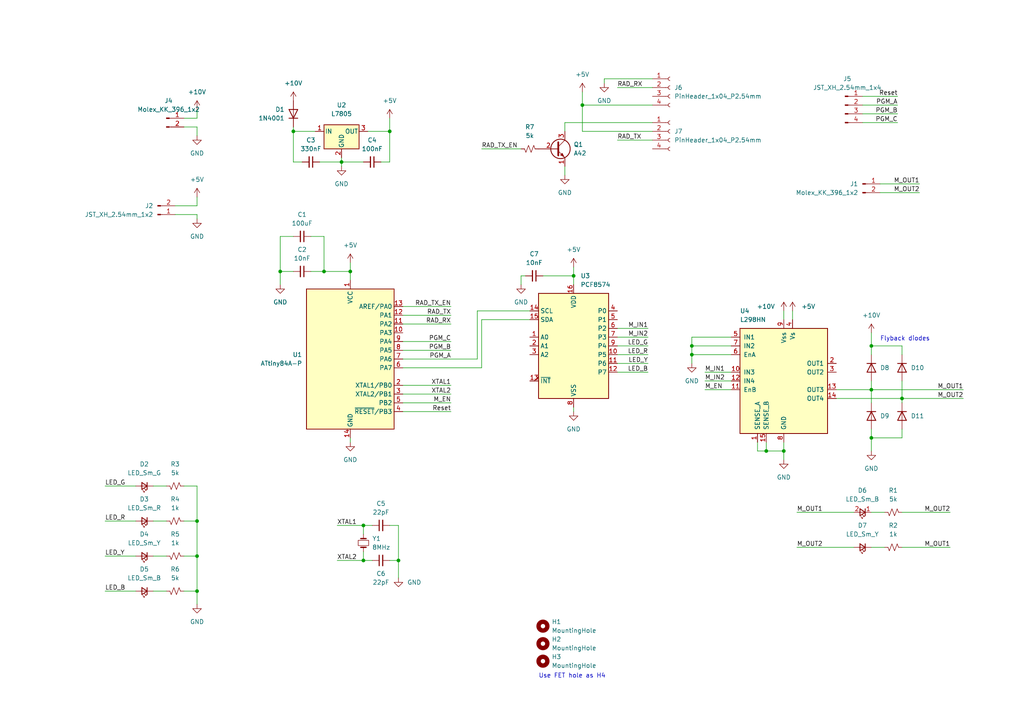
<source format=kicad_sch>
(kicad_sch (version 20211123) (generator eeschema)
  (paper "A4")
  (lib_symbols
    (symbol "Connector:Conn_01x02_Male" (pin_names (offset 1.016) hide)
      (property "Reference" "J" (at 0 2.54 0))
      (property "Value" "Conn_01x02_Male" (at 0 -5.08 0))
      (symbol "Conn_01x02_Male_1_1"
        (polyline (pts (xy 1.27 -2.54) (xy 0.8636 -2.54)) (stroke (width 0.1524)))
        (polyline (pts (xy 1.27 0) (xy 0.8636 0)) (stroke (width 0.1524)))
        (rectangle (start 0.8636 -2.413) (end 0 -2.667) (stroke (width 0.1524)) (fill (type outline)))
        (rectangle (start 0.8636 0.127) (end 0 -0.127) (stroke (width 0.1524)) (fill (type outline)))
        (pin passive line (at 5.08 0 180) (length 3.81) (name "Pin_1") (number "1"))
        (pin passive line (at 5.08 -2.54 180) (length 3.81) (name "Pin_2") (number "2"))
      )
    )
    (symbol "Connector:Conn_01x04_Female" (pin_names (offset 1.016) hide)
      (property "Reference" "J" (at 0 5.08 0))
      (property "Value" "Conn_01x04_Female" (at 0 -7.62 0))
      (symbol "Conn_01x04_Female_1_1"
        (arc (start 0 -4.572) (mid -0.508 -5.08) (end 0 -5.588) (stroke (width 0.1524)))
        (arc (start 0 -2.032) (mid -0.508 -2.54) (end 0 -3.048) (stroke (width 0.1524)))
        (polyline (pts (xy -1.27 -5.08) (xy -0.508 -5.08)) (stroke (width 0.1524)))
        (polyline (pts (xy -1.27 -2.54) (xy -0.508 -2.54)) (stroke (width 0.1524)))
        (polyline (pts (xy -1.27 0) (xy -0.508 0)) (stroke (width 0.1524)))
        (polyline (pts (xy -1.27 2.54) (xy -0.508 2.54)) (stroke (width 0.1524)))
        (arc (start 0 0.508) (mid -0.508 0) (end 0 -0.508) (stroke (width 0.1524)))
        (arc (start 0 3.048) (mid -0.508 2.54) (end 0 2.032) (stroke (width 0.1524)))
        (pin passive line (at -5.08 2.54 0) (length 3.81) (name "Pin_1") (number "1"))
        (pin passive line (at -5.08 0 0) (length 3.81) (name "Pin_2") (number "2"))
        (pin passive line (at -5.08 -2.54 0) (length 3.81) (name "Pin_3") (number "3"))
        (pin passive line (at -5.08 -5.08 0) (length 3.81) (name "Pin_4") (number "4"))
      )
    )
    (symbol "Connector:Conn_01x04_Male" (pin_names (offset 1.016) hide)
      (property "Reference" "J" (at 0 5.08 0))
      (property "Value" "Conn_01x04_Male" (at 0 -7.62 0))
      (symbol "Conn_01x04_Male_1_1"
        (polyline (pts (xy 1.27 -5.08) (xy 0.8636 -5.08)) (stroke (width 0.1524)))
        (polyline (pts (xy 1.27 -2.54) (xy 0.8636 -2.54)) (stroke (width 0.1524)))
        (polyline (pts (xy 1.27 0) (xy 0.8636 0)) (stroke (width 0.1524)))
        (polyline (pts (xy 1.27 2.54) (xy 0.8636 2.54)) (stroke (width 0.1524)))
        (rectangle (start 0.8636 -4.953) (end 0 -5.207) (stroke (width 0.1524)) (fill (type outline)))
        (rectangle (start 0.8636 -2.413) (end 0 -2.667) (stroke (width 0.1524)) (fill (type outline)))
        (rectangle (start 0.8636 0.127) (end 0 -0.127) (stroke (width 0.1524)) (fill (type outline)))
        (rectangle (start 0.8636 2.667) (end 0 2.413) (stroke (width 0.1524)) (fill (type outline)))
        (pin passive line (at 5.08 2.54 180) (length 3.81) (name "Pin_1") (number "1"))
        (pin passive line (at 5.08 0 180) (length 3.81) (name "Pin_2") (number "2"))
        (pin passive line (at 5.08 -2.54 180) (length 3.81) (name "Pin_3") (number "3"))
        (pin passive line (at 5.08 -5.08 180) (length 3.81) (name "Pin_4") (number "4"))
      )
    )
    (symbol "Device:C_Small" (pin_numbers hide) (pin_names (offset 0.254) hide)
      (property "Reference" "C" (at 0.254 1.778 0))
      (property "Value" "C_Small" (at 0.254 -2.032 0))
      (symbol "C_Small_0_1"
        (polyline (pts (xy -1.524 -0.508) (xy 1.524 -0.508)) (stroke (width 0.3302)))
        (polyline (pts (xy -1.524 0.508) (xy 1.524 0.508)) (stroke (width 0.3048)))
      )
      (symbol "C_Small_1_1"
        (pin passive line (at 0 2.54 270) (length 2.032) (name "~") (number "1"))
        (pin passive line (at 0 -2.54 90) (length 2.032) (name "~") (number "2"))
      )
    )
    (symbol "Device:Crystal_Small" (pin_numbers hide) (pin_names (offset 1.016) hide)
      (property "Reference" "Y" (at 0 2.54 0))
      (property "Value" "Crystal_Small" (at 0 -2.54 0))
      (symbol "Crystal_Small_0_1"
        (rectangle (start -0.762 -1.524) (end 0.762 1.524))
        (polyline (pts (xy -1.27 -0.762) (xy -1.27 0.762)) (stroke (width 0.381)))
        (polyline (pts (xy 1.27 -0.762) (xy 1.27 0.762)) (stroke (width 0.381)))
      )
      (symbol "Crystal_Small_1_1"
        (pin passive line (at -2.54 0 0) (length 1.27) (name "1") (number "1"))
        (pin passive line (at 2.54 0 180) (length 1.27) (name "2") (number "2"))
      )
    )
    (symbol "Device:LED_Small" (pin_numbers hide) (pin_names (offset 0.254) hide)
      (property "Reference" "D" (at -1.27 3.175 0))
      (property "Value" "LED_Small" (at -4.445 -2.54 0))
      (symbol "LED_Small_0_1"
        (polyline (pts (xy -0.762 -1.016) (xy -0.762 1.016)) (stroke (width 0.254)))
        (polyline (pts (xy 1.016 0) (xy -0.762 0)))
        (polyline (pts (xy 0.762 -1.016) (xy -0.762 0) (xy 0.762 1.016) (xy 0.762 -1.016)) (stroke (width 0.254)))
        (polyline (pts (xy 0 0.762) (xy -0.508 1.27) (xy -0.254 1.27) (xy -0.508 1.27) (xy -0.508 1.016)))
        (polyline (pts (xy 0.508 1.27) (xy 0 1.778) (xy 0.254 1.778) (xy 0 1.778) (xy 0 1.524)))
      )
      (symbol "LED_Small_1_1"
        (pin passive line (at -2.54 0 0) (length 1.778) (name "K") (number "1"))
        (pin passive line (at 2.54 0 180) (length 1.778) (name "A") (number "2"))
      )
    )
    (symbol "Device:Q_NPN_EBC" (pin_names (offset 0) hide)
      (property "Reference" "Q" (at 5.08 1.27 0))
      (property "Value" "Q_NPN_EBC" (at 5.08 -1.27 0))
      (symbol "Q_NPN_EBC_0_1"
        (polyline (pts (xy 0.635 0.635) (xy 2.54 2.54)))
        (polyline (pts (xy 0.635 -0.635) (xy 2.54 -2.54) (xy 2.54 -2.54)))
        (polyline (pts (xy 0.635 1.905) (xy 0.635 -1.905) (xy 0.635 -1.905)) (stroke (width 0.508)))
        (polyline (pts (xy 1.27 -1.778) (xy 1.778 -1.27) (xy 2.286 -2.286) (xy 1.27 -1.778) (xy 1.27 -1.778)) (fill (type outline)))
        (circle (center 1.27 0) (radius 2.8194) (stroke (width 0.254)))
      )
      (symbol "Q_NPN_EBC_1_1"
        (pin passive line (at 2.54 -5.08 90) (length 2.54) (name "E") (number "1"))
        (pin passive line (at -5.08 0 0) (length 5.715) (name "B") (number "2"))
        (pin passive line (at 2.54 5.08 270) (length 2.54) (name "C") (number "3"))
      )
    )
    (symbol "Device:R_Small_US" (pin_numbers hide) (pin_names (offset 0.254) hide)
      (property "Reference" "R" (at 0.762 0.508 0))
      (property "Value" "R_Small_US" (at 0.762 -1.016 0))
      (symbol "R_Small_US_1_1"
        (polyline (pts (xy 0 0) (xy 1.016 -0.381) (xy 0 -0.762) (xy -1.016 -1.143) (xy 0 -1.524)))
        (polyline (pts (xy 0 1.524) (xy 1.016 1.143) (xy 0 0.762) (xy -1.016 0.381) (xy 0 0)))
        (pin passive line (at 0 2.54 270) (length 1.016) (name "~") (number "1"))
        (pin passive line (at 0 -2.54 90) (length 1.016) (name "~") (number "2"))
      )
    )
    (symbol "Diode:1N4001" (pin_numbers hide) (pin_names (offset 1.016) hide)
      (property "Reference" "D" (at 0 2.54 0))
      (property "Value" "1N4001" (at 0 -2.54 0))
      (symbol "1N4001_0_1"
        (polyline (pts (xy -1.27 1.27) (xy -1.27 -1.27)) (stroke (width 0.254)))
        (polyline (pts (xy 1.27 0) (xy -1.27 0)))
        (polyline (pts (xy 1.27 1.27) (xy 1.27 -1.27) (xy -1.27 0) (xy 1.27 1.27)) (stroke (width 0.254)))
      )
      (symbol "1N4001_1_1"
        (pin passive line (at -3.81 0 0) (length 2.54) (name "K") (number "1"))
        (pin passive line (at 3.81 0 180) (length 2.54) (name "A") (number "2"))
      )
    )
    (symbol "Driver_Motor:L298HN" (pin_names (offset 1.016))
      (property "Reference" "U" (at -10.16 16.51 0))
      (property "Value" "L298HN" (at 12.7 16.51 0))
      (symbol "L298HN_0_1"
        (rectangle (start -12.7 15.24) (end 12.7 -15.24) (stroke (width 0.254)) (fill (type background)))
      )
      (symbol "L298HN_1_1"
        (pin power_in line (at -7.62 -17.78 90) (length 2.54) (name "SENSE_A") (number "1"))
        (pin input line (at -15.24 2.54 0) (length 2.54) (name "IN3") (number "10"))
        (pin input line (at -15.24 -2.54 0) (length 2.54) (name "EnB") (number "11"))
        (pin input line (at -15.24 0 0) (length 2.54) (name "IN4") (number "12"))
        (pin output line (at 15.24 -2.54 180) (length 2.54) (name "OUT3") (number "13"))
        (pin output line (at 15.24 -5.08 180) (length 2.54) (name "OUT4") (number "14"))
        (pin power_in line (at -5.08 -17.78 90) (length 2.54) (name "SENSE_B") (number "15"))
        (pin output line (at 15.24 5.08 180) (length 2.54) (name "OUT1") (number "2"))
        (pin output line (at 15.24 2.54 180) (length 2.54) (name "OUT2") (number "3"))
        (pin power_in line (at 2.54 17.78 270) (length 2.54) (name "Vs") (number "4"))
        (pin input line (at -15.24 12.7 0) (length 2.54) (name "IN1") (number "5"))
        (pin input line (at -15.24 7.62 0) (length 2.54) (name "EnA") (number "6"))
        (pin input line (at -15.24 10.16 0) (length 2.54) (name "IN2") (number "7"))
        (pin power_in line (at 0 -17.78 90) (length 2.54) (name "GND") (number "8"))
        (pin power_in line (at 0 17.78 270) (length 2.54) (name "Vss") (number "9"))
      )
    )
    (symbol "Interface_Expansion:PCF8574"
      (property "Reference" "U" (at -8.89 16.51 0))
      (property "Value" "PCF8574" (at 2.54 16.51 0))
      (symbol "PCF8574_0_1"
        (rectangle (start -10.16 15.24) (end 10.16 -15.24) (stroke (width 0.254)) (fill (type background)))
      )
      (symbol "PCF8574_1_1"
        (pin input line (at -12.7 2.54 0) (length 2.54) (name "A0") (number "1"))
        (pin bidirectional line (at 12.7 -2.54 180) (length 2.54) (name "P5") (number "10"))
        (pin bidirectional line (at 12.7 -5.08 180) (length 2.54) (name "P6") (number "11"))
        (pin bidirectional line (at 12.7 -7.62 180) (length 2.54) (name "P7") (number "12"))
        (pin open_collector output_low (at -12.7 -10.16 0) (length 2.54) (name "~{INT}") (number "13"))
        (pin input line (at -12.7 10.16 0) (length 2.54) (name "SCL") (number "14"))
        (pin bidirectional line (at -12.7 7.62 0) (length 2.54) (name "SDA") (number "15"))
        (pin power_in line (at 0 17.78 270) (length 2.54) (name "VDD") (number "16"))
        (pin input line (at -12.7 0 0) (length 2.54) (name "A1") (number "2"))
        (pin input line (at -12.7 -2.54 0) (length 2.54) (name "A2") (number "3"))
        (pin bidirectional line (at 12.7 10.16 180) (length 2.54) (name "P0") (number "4"))
        (pin bidirectional line (at 12.7 7.62 180) (length 2.54) (name "P1") (number "5"))
        (pin bidirectional line (at 12.7 5.08 180) (length 2.54) (name "P2") (number "6"))
        (pin bidirectional line (at 12.7 2.54 180) (length 2.54) (name "P3") (number "7"))
        (pin power_in line (at 0 -17.78 90) (length 2.54) (name "VSS") (number "8"))
        (pin bidirectional line (at 12.7 0 180) (length 2.54) (name "P4") (number "9"))
      )
    )
    (symbol "LED_Small_1" (pin_names (offset 0.254) hide)
      (property "Reference" "D" (at -1.27 3.175 0))
      (property "Value" "LED_Small_1" (at -4.445 -2.54 0))
      (symbol "LED_Small_1_0_1"
        (polyline (pts (xy -0.762 -1.016) (xy -0.762 1.016)) (stroke (width 0.254)))
        (polyline (pts (xy 1.016 0) (xy -0.762 0)))
        (polyline (pts (xy 0.762 -1.016) (xy -0.762 0) (xy 0.762 1.016) (xy 0.762 -1.016)) (stroke (width 0.254)))
        (polyline (pts (xy 0 0.762) (xy -0.508 1.27) (xy -0.254 1.27) (xy -0.508 1.27) (xy -0.508 1.016)))
        (polyline (pts (xy 0.508 1.27) (xy 0 1.778) (xy 0.254 1.778) (xy 0 1.778) (xy 0 1.524)))
      )
      (symbol "LED_Small_1_1_1"
        (pin passive line (at -2.54 0 0) (length 1.778) (name "K") (number "1"))
        (pin passive line (at 2.54 0 180) (length 1.778) (name "A") (number "2"))
      )
    )
    (symbol "MCU_Microchip_ATtiny:ATtiny84A-P"
      (property "Reference" "U" (at -12.7 21.59 0))
      (property "Value" "ATtiny84A-P" (at 2.54 -21.59 0))
      (symbol "ATtiny84A-P_0_1"
        (rectangle (start -12.7 -20.32) (end 12.7 20.32) (stroke (width 0.254)) (fill (type background)))
      )
      (symbol "ATtiny84A-P_1_1"
        (pin power_in line (at 0 22.86 270) (length 2.54) (name "VCC") (number "1"))
        (pin bidirectional line (at 15.24 7.62 180) (length 2.54) (name "PA3") (number "10"))
        (pin bidirectional line (at 15.24 10.16 180) (length 2.54) (name "PA2") (number "11"))
        (pin bidirectional line (at 15.24 12.7 180) (length 2.54) (name "PA1") (number "12"))
        (pin bidirectional line (at 15.24 15.24 180) (length 2.54) (name "AREF/PA0") (number "13"))
        (pin power_in line (at 0 -22.86 90) (length 2.54) (name "GND") (number "14"))
        (pin bidirectional line (at 15.24 -7.62 180) (length 2.54) (name "XTAL1/PB0") (number "2"))
        (pin bidirectional line (at 15.24 -10.16 180) (length 2.54) (name "XTAL2/PB1") (number "3"))
        (pin bidirectional line (at 15.24 -15.24 180) (length 2.54) (name "~{RESET}/PB3") (number "4"))
        (pin bidirectional line (at 15.24 -12.7 180) (length 2.54) (name "PB2") (number "5"))
        (pin bidirectional line (at 15.24 -2.54 180) (length 2.54) (name "PA7") (number "6"))
        (pin bidirectional line (at 15.24 0 180) (length 2.54) (name "PA6") (number "7"))
        (pin bidirectional line (at 15.24 2.54 180) (length 2.54) (name "PA5") (number "8"))
        (pin bidirectional line (at 15.24 5.08 180) (length 2.54) (name "PA4") (number "9"))
      )
    )
    (symbol "Mechanical:MountingHole" (pin_names (offset 1.016))
      (property "Reference" "H" (at 0 5.08 0))
      (property "Value" "MountingHole" (at 0 3.175 0))
      (symbol "MountingHole_0_1"
        (circle (center 0 0) (radius 1.27) (stroke (width 1.27)))
      )
    )
    (symbol "Regulator_Linear:L7805" (pin_names (offset 0.254))
      (property "Reference" "U" (at -3.81 3.175 0))
      (property "Value" "L7805" (at 0 3.175 0))
      (symbol "L7805_0_1"
        (rectangle (start -5.08 1.905) (end 5.08 -5.08) (stroke (width 0.254)) (fill (type background)))
      )
      (symbol "L7805_1_1"
        (pin power_in line (at -7.62 0 0) (length 2.54) (name "IN") (number "1"))
        (pin power_in line (at 0 -7.62 90) (length 2.54) (name "GND") (number "2"))
        (pin power_out line (at 7.62 0 180) (length 2.54) (name "OUT") (number "3"))
      )
    )
    (symbol "power:+10V" (power) (pin_names (offset 0))
      (property "Value" "+10V" (at 0 3.556 0))
      (symbol "+10V_0_1"
        (polyline (pts (xy -0.762 1.27) (xy 0 2.54)))
        (polyline (pts (xy 0 0) (xy 0 2.54)))
        (polyline (pts (xy 0 2.54) (xy 0.762 1.27)))
      )
      (symbol "+10V_1_1"
        (pin power_in line (at 0 0 90) (length 0) hide (name "+10V") (number "1"))
      )
    )
    (symbol "power:+5V" (power) (pin_names (offset 0))
      (property "Value" "+5V" (at 0 3.556 0))
      (symbol "+5V_0_1"
        (polyline (pts (xy -0.762 1.27) (xy 0 2.54)))
        (polyline (pts (xy 0 0) (xy 0 2.54)))
        (polyline (pts (xy 0 2.54) (xy 0.762 1.27)))
      )
      (symbol "+5V_1_1"
        (pin power_in line (at 0 0 90) (length 0) hide (name "+5V") (number "1"))
      )
    )
    (symbol "power:GND" (power) (pin_names (offset 0))
      (property "Value" "GND" (at 0 -3.81 0))
      (symbol "GND_0_1"
        (polyline (pts (xy 0 0) (xy 0 -1.27) (xy 1.27 -1.27) (xy 0 -2.54) (xy -1.27 -1.27) (xy 0 -1.27)))
      )
      (symbol "GND_1_1"
        (pin power_in line (at 0 0 270) (length 0) hide (name "GND") (number "1"))
      )
    )
  )
  (junction (at 252.73 100.33))
  (junction (at 99.06 46.99))
  (junction (at 200.66 102.87))
  (junction (at 252.73 113.03))
  (junction (at 166.37 80.01))
  (junction (at 105.41 152.4))
  (junction (at 252.73 127))
  (junction (at 113.03 38.1))
  (junction (at 261.62 115.57))
  (junction (at 227.33 130.81))
  (junction (at 101.6 78.74))
  (junction (at 168.91 30.48))
  (junction (at 93.98 78.74))
  (junction (at 115.57 162.56))
  (junction (at 85.09 38.1))
  (junction (at 57.15 171.45))
  (junction (at 105.41 162.56))
  (junction (at 81.28 78.74))
  (junction (at 200.66 100.33))
  (junction (at 57.15 161.29))
  (junction (at 57.15 151.13))
  (junction (at 222.25 130.81))
  (wire (pts (xy 57.15 171.45) (xy 57.15 161.29)))
  (wire (pts (xy 139.7 92.71) (xy 153.67 92.71)))
  (wire (pts (xy 116.84 111.76) (xy 130.81 111.76)))
  (wire (pts (xy 231.14 158.75) (xy 247.65 158.75)))
  (wire (pts (xy 81.28 78.74) (xy 85.09 78.74)))
  (wire (pts (xy 261.62 110.49) (xy 261.62 115.57)))
  (wire (pts (xy 200.66 102.87) (xy 212.09 102.87)))
  (wire (pts (xy 116.84 116.84) (xy 130.81 116.84)))
  (wire (pts (xy 252.73 113.03) (xy 279.4 113.03)))
  (wire (pts (xy 166.37 118.11) (xy 166.37 119.38)))
  (wire (pts (xy 151.13 80.01) (xy 152.4 80.01)))
  (wire (pts (xy 163.83 35.56) (xy 189.23 35.56)))
  (wire (pts (xy 261.62 115.57) (xy 261.62 116.84)))
  (wire (pts (xy 252.73 100.33) (xy 261.62 100.33)))
  (wire (pts (xy 255.27 55.88) (xy 266.7 55.88)))
  (wire (pts (xy 252.73 113.03) (xy 252.73 116.84)))
  (wire (pts (xy 200.66 105.41) (xy 200.66 102.87)))
  (wire (pts (xy 116.84 88.9) (xy 130.81 88.9)))
  (wire (pts (xy 179.07 97.79) (xy 187.96 97.79)))
  (wire (pts (xy 113.03 38.1) (xy 113.03 46.99)))
  (wire (pts (xy 57.15 36.83) (xy 53.34 36.83)))
  (wire (pts (xy 116.84 101.6) (xy 130.81 101.6)))
  (wire (pts (xy 163.83 35.56) (xy 163.83 38.1)))
  (wire (pts (xy 204.47 107.95) (xy 212.09 107.95)))
  (wire (pts (xy 219.71 130.81) (xy 222.25 130.81)))
  (wire (pts (xy 90.17 78.74) (xy 93.98 78.74)))
  (wire (pts (xy 168.91 30.48) (xy 168.91 38.1)))
  (wire (pts (xy 44.45 171.45) (xy 48.26 171.45)))
  (wire (pts (xy 252.73 110.49) (xy 252.73 113.03)))
  (wire (pts (xy 101.6 78.74) (xy 101.6 81.28)))
  (wire (pts (xy 57.15 57.15) (xy 57.15 59.69)))
  (wire (pts (xy 57.15 151.13) (xy 57.15 140.97)))
  (wire (pts (xy 30.48 161.29) (xy 39.37 161.29)))
  (wire (pts (xy 252.73 127) (xy 261.62 127)))
  (wire (pts (xy 93.98 78.74) (xy 101.6 78.74)))
  (wire (pts (xy 116.84 106.68) (xy 139.7 106.68)))
  (wire (pts (xy 168.91 30.48) (xy 189.23 30.48)))
  (wire (pts (xy 97.79 162.56) (xy 105.41 162.56)))
  (wire (pts (xy 242.57 115.57) (xy 261.62 115.57)))
  (wire (pts (xy 116.84 119.38) (xy 130.81 119.38)))
  (wire (pts (xy 53.34 171.45) (xy 57.15 171.45)))
  (wire (pts (xy 113.03 152.4) (xy 115.57 152.4)))
  (wire (pts (xy 200.66 102.87) (xy 200.66 100.33)))
  (wire (pts (xy 261.62 115.57) (xy 279.4 115.57)))
  (wire (pts (xy 179.07 107.95) (xy 187.96 107.95)))
  (wire (pts (xy 105.41 160.02) (xy 105.41 162.56)))
  (wire (pts (xy 179.07 25.4) (xy 189.23 25.4)))
  (wire (pts (xy 153.67 90.17) (xy 138.43 90.17)))
  (wire (pts (xy 179.07 105.41) (xy 187.96 105.41)))
  (wire (pts (xy 175.26 22.86) (xy 175.26 24.13)))
  (wire (pts (xy 57.15 34.29) (xy 53.34 34.29)))
  (wire (pts (xy 168.91 26.67) (xy 168.91 30.48)))
  (wire (pts (xy 261.62 124.46) (xy 261.62 127)))
  (wire (pts (xy 85.09 46.99) (xy 87.63 46.99)))
  (wire (pts (xy 101.6 76.2) (xy 101.6 78.74)))
  (wire (pts (xy 151.13 82.55) (xy 151.13 80.01)))
  (wire (pts (xy 115.57 162.56) (xy 115.57 167.64)))
  (wire (pts (xy 250.19 35.56) (xy 260.35 35.56)))
  (wire (pts (xy 204.47 113.03) (xy 212.09 113.03)))
  (wire (pts (xy 179.07 102.87) (xy 187.96 102.87)))
  (wire (pts (xy 57.15 161.29) (xy 57.15 151.13)))
  (wire (pts (xy 85.09 38.1) (xy 85.09 46.99)))
  (wire (pts (xy 250.19 27.94) (xy 260.35 27.94)))
  (wire (pts (xy 139.7 43.18) (xy 151.13 43.18)))
  (wire (pts (xy 30.48 151.13) (xy 39.37 151.13)))
  (wire (pts (xy 44.45 140.97) (xy 48.26 140.97)))
  (wire (pts (xy 116.84 99.06) (xy 130.81 99.06)))
  (wire (pts (xy 179.07 95.25) (xy 187.96 95.25)))
  (wire (pts (xy 116.84 104.14) (xy 138.43 104.14)))
  (wire (pts (xy 166.37 77.47) (xy 166.37 80.01)))
  (wire (pts (xy 105.41 152.4) (xy 105.41 154.94)))
  (wire (pts (xy 113.03 38.1) (xy 106.68 38.1)))
  (wire (pts (xy 166.37 80.01) (xy 166.37 82.55)))
  (wire (pts (xy 101.6 127) (xy 101.6 128.27)))
  (wire (pts (xy 81.28 78.74) (xy 81.28 82.55)))
  (wire (pts (xy 53.34 151.13) (xy 57.15 151.13)))
  (wire (pts (xy 168.91 38.1) (xy 189.23 38.1)))
  (wire (pts (xy 227.33 130.81) (xy 227.33 133.35)))
  (wire (pts (xy 116.84 91.44) (xy 130.81 91.44)))
  (wire (pts (xy 50.8 62.23) (xy 57.15 62.23)))
  (wire (pts (xy 85.09 38.1) (xy 91.44 38.1)))
  (wire (pts (xy 99.06 46.99) (xy 99.06 48.26)))
  (wire (pts (xy 157.48 80.01) (xy 166.37 80.01)))
  (wire (pts (xy 92.71 46.99) (xy 99.06 46.99)))
  (wire (pts (xy 250.19 33.02) (xy 260.35 33.02)))
  (wire (pts (xy 261.62 100.33) (xy 261.62 102.87)))
  (wire (pts (xy 200.66 100.33) (xy 200.66 97.79)))
  (wire (pts (xy 57.15 39.37) (xy 57.15 36.83)))
  (wire (pts (xy 229.87 90.17) (xy 229.87 92.71)))
  (wire (pts (xy 242.57 113.03) (xy 252.73 113.03)))
  (wire (pts (xy 252.73 100.33) (xy 252.73 102.87)))
  (wire (pts (xy 53.34 161.29) (xy 57.15 161.29)))
  (wire (pts (xy 179.07 100.33) (xy 187.96 100.33)))
  (wire (pts (xy 252.73 158.75) (xy 256.54 158.75)))
  (wire (pts (xy 261.62 158.75) (xy 275.59 158.75)))
  (wire (pts (xy 252.73 124.46) (xy 252.73 127)))
  (wire (pts (xy 200.66 97.79) (xy 212.09 97.79)))
  (wire (pts (xy 81.28 68.58) (xy 81.28 78.74)))
  (wire (pts (xy 44.45 151.13) (xy 48.26 151.13)))
  (wire (pts (xy 105.41 162.56) (xy 107.95 162.56)))
  (wire (pts (xy 179.07 40.64) (xy 189.23 40.64)))
  (wire (pts (xy 200.66 100.33) (xy 212.09 100.33)))
  (wire (pts (xy 30.48 140.97) (xy 39.37 140.97)))
  (wire (pts (xy 252.73 96.52) (xy 252.73 100.33)))
  (wire (pts (xy 57.15 175.26) (xy 57.15 171.45)))
  (wire (pts (xy 113.03 162.56) (xy 115.57 162.56)))
  (wire (pts (xy 139.7 106.68) (xy 139.7 92.71)))
  (wire (pts (xy 85.09 68.58) (xy 81.28 68.58)))
  (wire (pts (xy 57.15 59.69) (xy 50.8 59.69)))
  (wire (pts (xy 110.49 46.99) (xy 113.03 46.99)))
  (wire (pts (xy 219.71 128.27) (xy 219.71 130.81)))
  (wire (pts (xy 255.27 53.34) (xy 266.7 53.34)))
  (wire (pts (xy 138.43 90.17) (xy 138.43 104.14)))
  (wire (pts (xy 85.09 36.83) (xy 85.09 38.1)))
  (wire (pts (xy 227.33 128.27) (xy 227.33 130.81)))
  (wire (pts (xy 252.73 127) (xy 252.73 130.81)))
  (wire (pts (xy 250.19 30.48) (xy 260.35 30.48)))
  (wire (pts (xy 99.06 46.99) (xy 105.41 46.99)))
  (wire (pts (xy 99.06 45.72) (xy 99.06 46.99)))
  (wire (pts (xy 189.23 22.86) (xy 175.26 22.86)))
  (wire (pts (xy 113.03 34.29) (xy 113.03 38.1)))
  (wire (pts (xy 57.15 140.97) (xy 53.34 140.97)))
  (wire (pts (xy 252.73 148.59) (xy 256.54 148.59)))
  (wire (pts (xy 163.83 48.26) (xy 163.83 50.8)))
  (wire (pts (xy 116.84 93.98) (xy 130.81 93.98)))
  (wire (pts (xy 57.15 31.75) (xy 57.15 34.29)))
  (wire (pts (xy 204.47 110.49) (xy 212.09 110.49)))
  (wire (pts (xy 261.62 148.59) (xy 275.59 148.59)))
  (wire (pts (xy 105.41 152.4) (xy 107.95 152.4)))
  (wire (pts (xy 222.25 128.27) (xy 222.25 130.81)))
  (wire (pts (xy 97.79 152.4) (xy 105.41 152.4)))
  (wire (pts (xy 93.98 68.58) (xy 93.98 78.74)))
  (wire (pts (xy 231.14 148.59) (xy 247.65 148.59)))
  (wire (pts (xy 222.25 130.81) (xy 227.33 130.81)))
  (wire (pts (xy 227.33 90.17) (xy 227.33 92.71)))
  (wire (pts (xy 57.15 62.23) (xy 57.15 63.5)))
  (wire (pts (xy 44.45 161.29) (xy 48.26 161.29)))
  (wire (pts (xy 90.17 68.58) (xy 93.98 68.58)))
  (wire (pts (xy 115.57 152.4) (xy 115.57 162.56)))
  (wire (pts (xy 30.48 171.45) (xy 39.37 171.45)))
  (wire (pts (xy 116.84 114.3) (xy 130.81 114.3)))
  (text "Use FET hole as H4" (at 156.21 196.85 0) (effects (font (size 1.27 1.27)) (justify left bottom)))
  (text "Flyback diodes" (at 255.27 99.06 0) (effects (font (size 1.27 1.27)) (justify left bottom)))
  (label "RAD_TX_EN" (at 130.81 88.9 180))
  (label "M_OUT1" (at 231.14 148.59 0))
  (label "RAD_TX_EN" (at 139.7 43.18 0))
  (label "PGM_A" (at 260.35 30.48 180))
  (label "M_EN" (at 204.47 113.03 0))
  (label "PGM_C" (at 260.35 35.56 180))
  (label "RAD_TX" (at 130.81 91.44 180))
  (label "M_IN2" (at 204.47 110.49 0))
  (label "RAD_RX" (at 179.07 25.4 0))
  (label "M_OUT2" (at 266.7 55.88 180))
  (label "M_OUT1" (at 275.59 158.75 180))
  (label "LED_G" (at 30.48 140.97 0))
  (label "M_IN2" (at 187.96 97.79 180))
  (label "M_OUT2" (at 275.59 148.59 180))
  (label "M_EN" (at 130.81 116.84 180))
  (label "M_OUT2" (at 231.14 158.75 0))
  (label "LED_R" (at 30.48 151.13 0))
  (label "RAD_RX" (at 130.81 93.98 180))
  (label "PGM_C" (at 130.81 99.06 180))
  (label "LED_R" (at 187.96 102.87 180))
  (label "PGM_B" (at 260.35 33.02 180))
  (label "M_OUT2" (at 279.4 115.57 180))
  (label "LED_G" (at 187.96 100.33 180))
  (label "XTAL2" (at 97.79 162.56 0))
  (label "XTAL2" (at 130.81 114.3 180))
  (label "M_OUT1" (at 266.7 53.34 180))
  (label "M_IN1" (at 187.96 95.25 180))
  (label "XTAL1" (at 130.81 111.76 180))
  (label "M_OUT1" (at 279.4 113.03 180))
  (label "PGM_B" (at 130.81 101.6 180))
  (label "Reset" (at 130.81 119.38 180))
  (label "M_IN1" (at 204.47 107.95 0))
  (label "LED_Y" (at 30.48 161.29 0))
  (label "RAD_TX" (at 179.07 40.64 0))
  (label "LED_B" (at 30.48 171.45 0))
  (label "Reset" (at 260.35 27.94 180))
  (label "LED_Y" (at 187.96 105.41 180))
  (label "XTAL1" (at 97.79 152.4 0))
  (label "PGM_A" (at 130.81 104.14 180))
  (label "LED_B" (at 187.96 107.95 180))
  (symbol (lib_name "LED_Small_1") (lib_id "Device:LED_Small") (at 250.19 148.59 180) (unit 1)
    (property "Reference" "D6" (at 250.1265 142.24 0))
    (property "Value" "LED_Sm_B" (at 250.1265 144.78 0))
    (property "Footprint" "LED_THT:LED_D3.0mm" (effects hide))
  )
  (symbol (lib_id "Mechanical:MountingHole") (at 157.48 191.77 0) (unit 1)
    (property "Reference" "H3" (at 160.02 190.4999 0) (effects (justify left)))
    (property "Value" "MountingHole" (at 160.02 193.0399 0) (effects (justify left)))
    (property "Footprint" "MountingHole:MountingHole_3.2mm_M3" (effects hide))
  )
  (symbol (lib_id "Regulator_Linear:L7805") (at 99.06 38.1 0) (unit 1)
    (property "Reference" "U2" (at 99.06 30.48 0))
    (property "Value" "L7805" (at 99.06 33.02 0))
    (property "Footprint" "Package_TO_SOT_THT:TO-220-3_Horizontal_TabDown" (effects hide))
    (property "Datasheet" "http://www.st.com/content/ccc/resource/technical/document/datasheet/41/4f/b3/b0/12/d4/47/88/CD00000444.pdf/files/CD00000444.pdf/jcr:content/translations/en.CD00000444.pdf" (effects hide))
  )
  (symbol (lib_id "power:GND") (at 175.26 24.13 0) (unit 1)
    (property "Reference" "#PWR0112" (effects hide))
    (property "Value" "GND" (at 175.26 29.21 0))
  )
  (symbol (lib_id "power:+5V") (at 168.91 26.67 0) (mirror y) (unit 1)
    (property "Reference" "#PWR0104" (effects hide))
    (property "Value" "+5V" (at 168.91 21.59 0))
  )
  (symbol (lib_id "power:GND") (at 81.28 82.55 0) (unit 1)
    (property "Reference" "#PWR08" (effects hide))
    (property "Value" "GND" (at 81.28 87.63 0))
  )
  (symbol (lib_id "power:+5V") (at 57.15 57.15 0) (mirror y) (unit 1)
    (property "Reference" "#PWR06" (effects hide))
    (property "Value" "+5V" (at 57.15 52.07 0))
  )
  (symbol (lib_id "Connector:Conn_01x04_Female") (at 194.31 38.1 0) (unit 1)
    (property "Reference" "J7" (at 195.58 38.0999 0) (effects (justify left)))
    (property "Value" "PinHeader_1x04_P2.54mm" (at 195.58 40.6399 0) (effects (justify left)))
    (property "Footprint" "Connector_PinSocket_2.54mm:PinSocket_1x04_P2.54mm_Vertical" (effects hide))
  )
  (symbol (lib_id "power:GND") (at 166.37 119.38 0) (unit 1)
    (property "Reference" "#PWR0102" (effects hide))
    (property "Value" "GND" (at 166.37 124.46 0))
  )
  (symbol (lib_id "Device:C_Small") (at 110.49 162.56 90) (unit 1)
    (property "Reference" "C6" (at 110.4963 166.37 90))
    (property "Value" "22pF" (at 110.4963 168.91 90))
    (property "Footprint" "Capacitor_THT:C_Disc_D4.7mm_W2.5mm_P5.00mm" (effects hide))
  )
  (symbol (lib_id "power:+10V") (at 252.73 96.52 0) (unit 1)
    (property "Reference" "#PWR0107" (effects hide))
    (property "Value" "+10V" (at 252.73 91.44 0))
  )
  (symbol (lib_id "Device:C_Small") (at 87.63 78.74 270) (unit 1)
    (property "Reference" "C2" (at 87.6236 72.39 90))
    (property "Value" "10nF" (at 87.6236 74.93 90))
    (property "Footprint" "Capacitor_THT:C_Disc_D4.7mm_W2.5mm_P5.00mm" (effects hide))
  )
  (symbol (lib_id "Device:C_Small") (at 110.49 152.4 90) (unit 1)
    (property "Reference" "C5" (at 110.4963 146.05 90))
    (property "Value" "22pF" (at 110.4963 148.59 90))
    (property "Footprint" "Capacitor_THT:C_Disc_D4.7mm_W2.5mm_P5.00mm" (effects hide))
  )
  (symbol (lib_id "Diode:1N4001") (at 85.09 33.02 90) (unit 1)
    (property "Reference" "D1" (at 82.55 31.7499 90) (effects (justify left)))
    (property "Value" "1N4001" (at 82.55 34.2899 90) (effects (justify left)))
    (property "Footprint" "Diode_THT:D_DO-41_SOD81_P7.62mm_Horizontal" (effects hide))
    (property "Datasheet" "http://www.vishay.com/docs/88503/1n4001.pdf" (effects hide))
  )
  (symbol (lib_id "power:GND") (at 57.15 175.26 0) (unit 1)
    (property "Reference" "#PWR017" (effects hide))
    (property "Value" "GND" (at 57.15 180.34 0))
  )
  (symbol (lib_id "power:+5V") (at 229.87 90.17 0) (unit 1)
    (property "Reference" "#PWR0110" (effects hide))
    (property "Value" "+5V" (at 232.41 88.8999 0) (effects (justify left)))
  )
  (symbol (lib_id "Interface_Expansion:PCF8574") (at 166.37 100.33 0) (unit 1)
    (property "Reference" "U3" (at 168.3894 80.01 0) (effects (justify left)))
    (property "Value" "PCF8574" (at 168.3894 82.55 0) (effects (justify left)))
    (property "Footprint" "Package_DIP:DIP-16_W7.62mm_Socket" (effects hide))
    (property "Datasheet" "http://www.nxp.com/documents/data_sheet/PCF8574_PCF8574A.pdf" (effects hide))
  )
  (symbol (lib_id "Device:C_Small") (at 90.17 46.99 270) (unit 1)
    (property "Reference" "C3" (at 90.1636 40.64 90))
    (property "Value" "330nF" (at 90.1636 43.18 90))
    (property "Footprint" "Capacitor_THT:C_Disc_D4.7mm_W2.5mm_P5.00mm" (effects hide))
  )
  (symbol (lib_id "Device:R_Small_US") (at 50.8 161.29 270) (mirror x) (unit 1)
    (property "Reference" "R5" (at 50.8 154.94 90))
    (property "Value" "1k" (at 50.8 157.48 90))
    (property "Footprint" "Resistor_THT:R_Axial_DIN0204_L3.6mm_D1.6mm_P7.62mm_Horizontal" (effects hide))
  )
  (symbol (lib_id "Device:C_Small") (at 154.94 80.01 270) (unit 1)
    (property "Reference" "C7" (at 154.9336 73.66 90))
    (property "Value" "10nF" (at 154.9336 76.2 90))
    (property "Footprint" "Capacitor_THT:C_Disc_D4.7mm_W2.5mm_P5.00mm" (effects hide))
  )
  (symbol (lib_id "power:GND") (at 252.73 130.81 0) (unit 1)
    (property "Reference" "#PWR0109" (effects hide))
    (property "Value" "GND" (at 252.73 135.89 0))
  )
  (symbol (lib_id "Device:LED_Small") (at 41.91 140.97 180) (unit 1)
    (property "Reference" "D2" (at 41.8465 134.62 0))
    (property "Value" "LED_Sm_G" (at 41.8465 137.16 0))
    (property "Footprint" "LED_THT:LED_D3.0mm" (effects hide))
  )
  (symbol (lib_id "power:+5V") (at 113.03 34.29 0) (mirror y) (unit 1)
    (property "Reference" "#PWR013" (effects hide))
    (property "Value" "+5V" (at 113.03 29.21 0))
  )
  (symbol (lib_id "Connector:Conn_01x02_Male") (at 48.26 34.29 0) (unit 1)
    (property "Reference" "J4" (at 48.895 29.21 0))
    (property "Value" "Molex_KK_396_1x2" (at 48.895 31.75 0))
    (property "Footprint" "Connector_Molex:Molex_KK-396_A-41791-0002_1x02_P3.96mm_Vertical" (effects hide))
  )
  (symbol (lib_id "Diode:1N4001") (at 252.73 106.68 270) (unit 1)
    (property "Reference" "D8" (at 255.27 106.6799 90) (effects (justify left)))
    (property "Value" "1N4007" (effects hide))
    (property "Footprint" "Diode_THT:D_DO-41_SOD81_P7.62mm_Horizontal" (effects hide))
    (property "Datasheet" "http://www.vishay.com/docs/88503/1n4001.pdf" (effects hide))
  )
  (symbol (lib_id "power:GND") (at 99.06 48.26 0) (unit 1)
    (property "Reference" "#PWR012" (effects hide))
    (property "Value" "GND" (at 99.06 53.34 0))
  )
  (symbol (lib_id "power:GND") (at 57.15 63.5 0) (unit 1)
    (property "Reference" "#PWR07" (effects hide))
    (property "Value" "GND" (at 57.15 68.58 0))
  )
  (symbol (lib_id "power:+5V") (at 166.37 77.47 0) (mirror y) (unit 1)
    (property "Reference" "#PWR0101" (effects hide))
    (property "Value" "+5V" (at 166.37 72.39 0))
  )
  (symbol (lib_id "Connector:Conn_01x02_Male") (at 250.19 53.34 0) (unit 1)
    (property "Reference" "J1" (at 248.92 53.3399 0) (effects (justify right)))
    (property "Value" "Molex_KK_396_1x2" (at 248.92 55.8799 0) (effects (justify right)))
    (property "Footprint" "Connector_Molex:Molex_KK-396_A-41791-0002_1x02_P3.96mm_Vertical" (effects hide))
  )
  (symbol (lib_id "Device:C_Small") (at 87.63 68.58 270) (unit 1)
    (property "Reference" "C1" (at 87.6236 62.23 90))
    (property "Value" "100uF" (at 87.6236 64.77 90))
    (property "Footprint" "Capacitor_THT:C_Radial_D5.0mm_H7.0mm_P2.00mm" (effects hide))
  )
  (symbol (lib_id "Device:R_Small_US") (at 50.8 151.13 270) (mirror x) (unit 1)
    (property "Reference" "R4" (at 50.8 144.78 90))
    (property "Value" "1k" (at 50.8 147.32 90))
    (property "Footprint" "Resistor_THT:R_Axial_DIN0204_L3.6mm_D1.6mm_P7.62mm_Horizontal" (effects hide))
  )
  (symbol (lib_id "Diode:1N4001") (at 252.73 120.65 270) (unit 1)
    (property "Reference" "D9" (at 255.27 120.6499 90) (effects (justify left)))
    (property "Value" "1N4007" (effects hide))
    (property "Footprint" "Diode_THT:D_DO-41_SOD81_P7.62mm_Horizontal" (effects hide))
    (property "Datasheet" "http://www.vishay.com/docs/88503/1n4001.pdf" (effects hide))
  )
  (symbol (lib_id "Device:R_Small_US") (at 50.8 171.45 270) (mirror x) (unit 1)
    (property "Reference" "R6" (at 50.8 165.1 90))
    (property "Value" "5k" (at 50.8 167.64 90))
    (property "Footprint" "Resistor_THT:R_Axial_DIN0204_L3.6mm_D1.6mm_P7.62mm_Horizontal" (effects hide))
  )
  (symbol (lib_id "Device:Crystal_Small") (at 105.41 157.48 270) (unit 1)
    (property "Reference" "Y1" (at 107.95 156.2099 90) (effects (justify left)))
    (property "Value" "8MHz" (at 107.95 158.7499 90) (effects (justify left)))
    (property "Footprint" "Crystal:Crystal_HC49-4H_Vertical" (effects hide))
  )
  (symbol (lib_id "power:GND") (at 163.83 50.8 0) (unit 1)
    (property "Reference" "#PWR0103" (effects hide))
    (property "Value" "GND" (at 163.83 55.88 0))
  )
  (symbol (lib_id "power:GND") (at 101.6 128.27 0) (unit 1)
    (property "Reference" "#PWR011" (effects hide))
    (property "Value" "GND" (at 101.6 133.35 0))
  )
  (symbol (lib_id "Device:LED_Small") (at 41.91 161.29 180) (unit 1)
    (property "Reference" "D4" (at 41.8465 154.94 0))
    (property "Value" "LED_Sm_Y" (at 41.8465 157.48 0))
    (property "Footprint" "LED_THT:LED_D3.0mm" (effects hide))
  )
  (symbol (lib_id "power:+10V") (at 227.33 90.17 0) (unit 1)
    (property "Reference" "#PWR0111" (effects hide))
    (property "Value" "+10V" (at 224.79 88.8999 0) (effects (justify right)))
  )
  (symbol (lib_id "Driver_Motor:L298HN") (at 227.33 110.49 0) (unit 1)
    (property "Reference" "U4" (at 214.63 90.17 0) (effects (justify left)))
    (property "Value" "L298HN" (at 214.63 92.71 0) (effects (justify left)))
    (property "Footprint" "Package_TO_SOT_THT:TO-220-15_P2.54x2.54mm_StaggerOdd_Lead4.58mm_Vertical" (effects hide))
    (property "Datasheet" "http://www.st.com/st-web-ui/static/active/en/resource/technical/document/datasheet/CD00000240.pdf" (effects hide))
  )
  (symbol (lib_id "power:+10V") (at 57.15 31.75 0) (unit 1)
    (property "Reference" "#PWR04" (effects hide))
    (property "Value" "+10V" (at 57.15 26.67 0))
  )
  (symbol (lib_id "Connector:Conn_01x04_Female") (at 194.31 25.4 0) (unit 1)
    (property "Reference" "J6" (at 195.58 25.3999 0) (effects (justify left)))
    (property "Value" "PinHeader_1x04_P2.54mm" (at 195.58 27.9399 0) (effects (justify left)))
    (property "Footprint" "Connector_PinSocket_2.54mm:PinSocket_1x04_P2.54mm_Vertical" (effects hide))
  )
  (symbol (lib_id "Diode:1N4001") (at 261.62 120.65 270) (unit 1)
    (property "Reference" "D11" (at 264.16 120.6499 90) (effects (justify left)))
    (property "Value" "1N4007" (effects hide))
    (property "Footprint" "Diode_THT:D_DO-41_SOD81_P7.62mm_Horizontal" (effects hide))
    (property "Datasheet" "http://www.vishay.com/docs/88503/1n4001.pdf" (effects hide))
  )
  (symbol (lib_id "power:+10V") (at 85.09 29.21 0) (unit 1)
    (property "Reference" "#PWR09" (effects hide))
    (property "Value" "+10V" (at 85.09 24.13 0))
  )
  (symbol (lib_id "Mechanical:MountingHole") (at 157.48 186.69 0) (unit 1)
    (property "Reference" "H2" (at 160.02 185.4199 0) (effects (justify left)))
    (property "Value" "MountingHole" (at 160.02 187.9599 0) (effects (justify left)))
    (property "Footprint" "MountingHole:MountingHole_3.2mm_M3" (effects hide))
  )
  (symbol (lib_id "MCU_Microchip_ATtiny:ATtiny84A-P") (at 101.6 104.14 0) (unit 1)
    (property "Reference" "U1" (at 87.63 102.8699 0) (effects (justify right)))
    (property "Value" "ATtiny84A-P" (at 87.63 105.4099 0) (effects (justify right)))
    (property "Footprint" "Package_DIP:DIP-14_W7.62mm_Socket" (effects hide))
    (property "Datasheet" "http://ww1.microchip.com/downloads/en/DeviceDoc/doc8183.pdf" (effects hide))
  )
  (symbol (lib_id "Device:C_Small") (at 107.95 46.99 270) (unit 1)
    (property "Reference" "C4" (at 107.9436 40.64 90))
    (property "Value" "100nF" (at 107.9436 43.18 90))
    (property "Footprint" "Capacitor_THT:C_Disc_D4.7mm_W2.5mm_P5.00mm" (effects hide))
  )
  (symbol (lib_id "Device:LED_Small") (at 250.19 158.75 180) (unit 1)
    (property "Reference" "D7" (at 250.1265 152.4 0))
    (property "Value" "LED_Sm_Y" (at 250.1265 154.94 0))
    (property "Footprint" "LED_THT:LED_D3.0mm" (effects hide))
  )
  (symbol (lib_id "Device:Q_NPN_EBC") (at 161.29 43.18 0) (unit 1)
    (property "Reference" "Q1" (at 166.37 41.9099 0) (effects (justify left)))
    (property "Value" "A42" (at 166.37 44.4499 0) (effects (justify left)))
    (property "Footprint" "Package_TO_SOT_THT:TO-92_Inline" (effects hide))
  )
  (symbol (lib_id "Device:R_Small_US") (at 259.08 158.75 270) (mirror x) (unit 1)
    (property "Reference" "R2" (at 259.08 152.4 90))
    (property "Value" "1k" (at 259.08 154.94 90))
    (property "Footprint" "Resistor_THT:R_Axial_DIN0204_L3.6mm_D1.6mm_P7.62mm_Horizontal" (effects hide))
  )
  (symbol (lib_id "power:GND") (at 115.57 167.64 0) (unit 1)
    (property "Reference" "#PWR015" (effects hide))
    (property "Value" "GND" (at 118.11 168.9099 0) (effects (justify left)))
  )
  (symbol (lib_id "power:GND") (at 151.13 82.55 0) (unit 1)
    (property "Reference" "#PWR0106" (effects hide))
    (property "Value" "GND" (at 151.13 87.63 0))
  )
  (symbol (lib_id "Device:LED_Small") (at 41.91 171.45 180) (unit 1)
    (property "Reference" "D5" (at 41.8465 165.1 0))
    (property "Value" "LED_Sm_B" (at 41.8465 167.64 0))
    (property "Footprint" "LED_THT:LED_D3.0mm" (effects hide))
  )
  (symbol (lib_id "Device:LED_Small") (at 41.91 151.13 180) (unit 1)
    (property "Reference" "D3" (at 41.8465 144.78 0))
    (property "Value" "LED_Sm_R" (at 41.8465 147.32 0))
    (property "Footprint" "LED_THT:LED_D3.0mm" (effects hide))
  )
  (symbol (lib_id "power:+5V") (at 101.6 76.2 0) (mirror y) (unit 1)
    (property "Reference" "#PWR010" (effects hide))
    (property "Value" "+5V" (at 101.6 71.12 0))
  )
  (symbol (lib_id "Device:R_Small_US") (at 50.8 140.97 270) (mirror x) (unit 1)
    (property "Reference" "R3" (at 50.8 134.62 90))
    (property "Value" "5k" (at 50.8 137.16 90))
    (property "Footprint" "Resistor_THT:R_Axial_DIN0204_L3.6mm_D1.6mm_P7.62mm_Horizontal" (effects hide))
  )
  (symbol (lib_id "Connector:Conn_01x04_Male") (at 245.11 30.48 0) (unit 1)
    (property "Reference" "J5" (at 245.745 22.86 0))
    (property "Value" "JST_XH_2.54mm_1x4" (at 245.745 25.4 0))
    (property "Footprint" "Connector_JST:JST_XH_B4B-XH-A_1x04_P2.50mm_Vertical" (effects hide))
  )
  (symbol (lib_id "power:GND") (at 57.15 39.37 0) (unit 1)
    (property "Reference" "#PWR05" (effects hide))
    (property "Value" "GND" (at 57.15 44.45 0))
  )
  (symbol (lib_id "Connector:Conn_01x02_Male") (at 45.72 62.23 0) (mirror x) (unit 1)
    (property "Reference" "J2" (at 44.45 59.6899 0) (effects (justify right)))
    (property "Value" "JST_XH_2.54mm_1x2" (at 44.45 62.2299 0) (effects (justify right)))
    (property "Footprint" "Connector_JST:JST_XH_B2B-XH-A_1x02_P2.50mm_Vertical" (effects hide))
  )
  (symbol (lib_id "power:GND") (at 227.33 133.35 0) (unit 1)
    (property "Reference" "#PWR0105" (effects hide))
    (property "Value" "GND" (at 227.33 138.43 0))
  )
  (symbol (lib_id "Device:R_Small_US") (at 153.67 43.18 270) (mirror x) (unit 1)
    (property "Reference" "R7" (at 153.67 36.83 90))
    (property "Value" "5k" (at 153.67 39.37 90))
    (property "Footprint" "Resistor_THT:R_Axial_DIN0204_L3.6mm_D1.6mm_P7.62mm_Horizontal" (effects hide))
  )
  (symbol (lib_id "power:GND") (at 200.66 105.41 0) (unit 1)
    (property "Reference" "#PWR0108" (effects hide))
    (property "Value" "GND" (at 200.66 110.49 0))
  )
  (symbol (lib_id "Diode:1N4001") (at 261.62 106.68 270) (unit 1)
    (property "Reference" "D10" (at 264.16 106.6799 90) (effects (justify left)))
    (property "Value" "1N4007" (effects hide))
    (property "Footprint" "Diode_THT:D_DO-41_SOD81_P7.62mm_Horizontal" (effects hide))
    (property "Datasheet" "http://www.vishay.com/docs/88503/1n4001.pdf" (effects hide))
  )
  (symbol (lib_id "Device:R_Small_US") (at 259.08 148.59 270) (mirror x) (unit 1)
    (property "Reference" "R1" (at 259.08 142.24 90))
    (property "Value" "5k" (at 259.08 144.78 90))
    (property "Footprint" "Resistor_THT:R_Axial_DIN0204_L3.6mm_D1.6mm_P7.62mm_Horizontal" (effects hide))
  )
  (symbol (lib_id "Mechanical:MountingHole") (at 157.48 181.61 0) (unit 1)
    (property "Reference" "H1" (at 160.02 180.3399 0) (effects (justify left)))
    (property "Value" "MountingHole" (at 160.02 182.8799 0) (effects (justify left)))
    (property "Footprint" "MountingHole:MountingHole_3.2mm_M3" (effects hide))
  )
)
</source>
